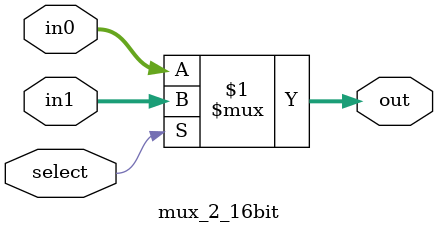
<source format=v>
module mux_2_16bit(select,in0,in1,out);
	input select;
	input [15:0] in0, in1;
	output[15:0] out;
	assign out= select ? in1 : in0;
endmodule


</source>
